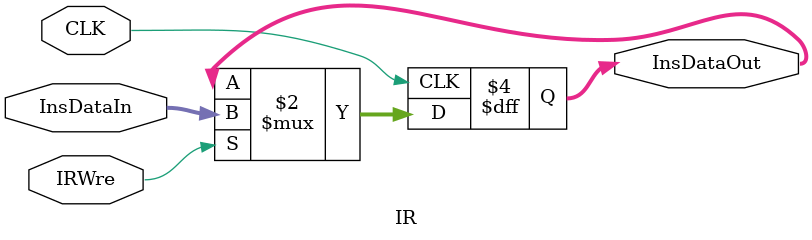
<source format=v>
`timescale 1ns / 1ps

module IR(
    input [31:0] InsDataIn,
    input CLK,
    input IRWre,
    output reg [31:0] InsDataOut
    );

    always@(negedge CLK) begin
        if(IRWre) begin
            InsDataOut <= InsDataIn;
        end
    end
endmodule
</source>
